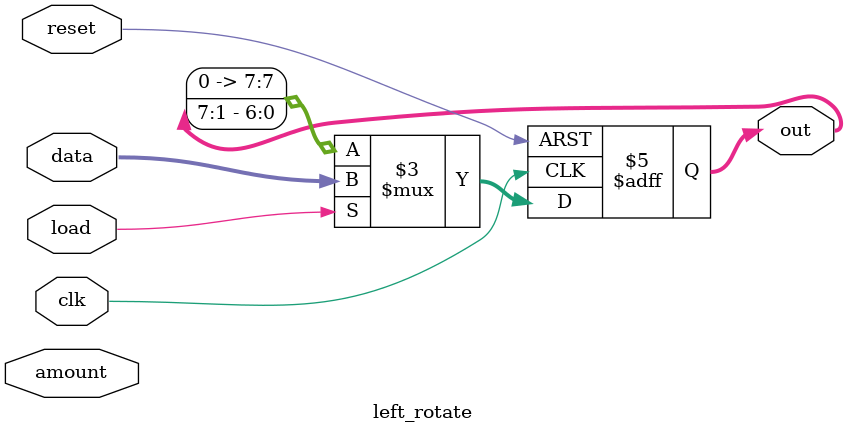
<source format=v>
module left_rotate(clk,reset,amount,data,load,out);
input clk,reset;
input [2:0] amount;
input [7:0] data;
input load;
output reg [7:0] out;
// when load is high, load data to out
// otherwise rotate the out register followed by left shift the out register by amount bits
always @ (posedge clk or posedge reset)
begin
	if (reset)
	begin
	out = 8'b0;
	end
	else if (load)
	begin
	out = data;
	end
	else
	begin
	out = {1'b0,out[7:1]};
	end
end
endmodule

</source>
